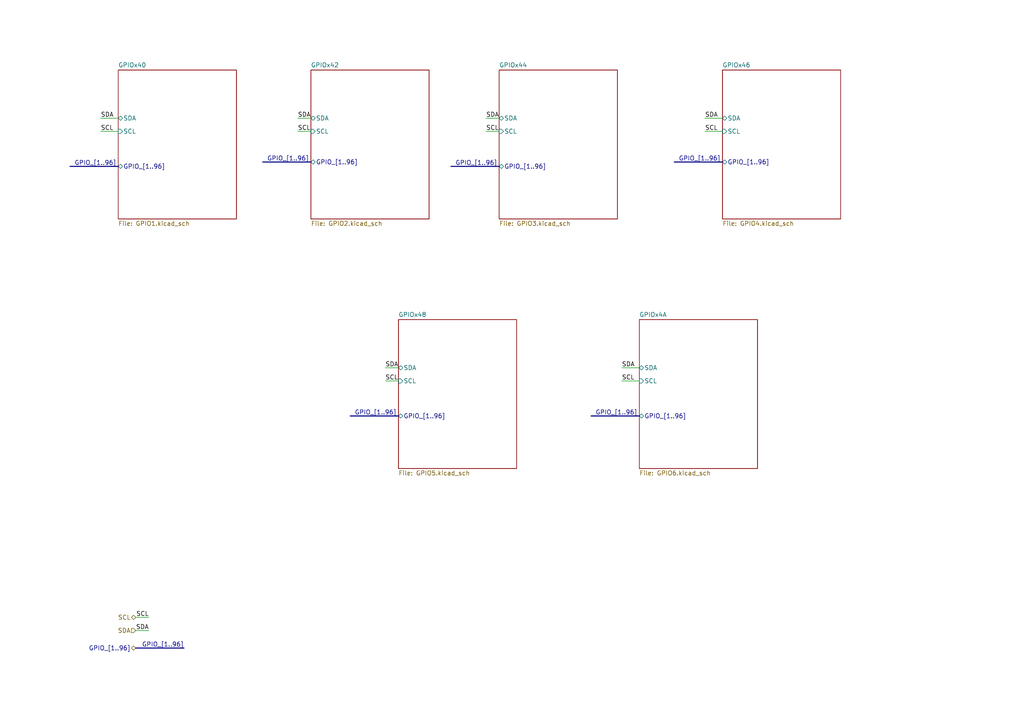
<source format=kicad_sch>
(kicad_sch
	(version 20231120)
	(generator "eeschema")
	(generator_version "8.0")
	(uuid "9d816756-b5bf-4676-a86d-d49185abf0a1")
	(paper "A4")
	(lib_symbols)
	(wire
		(pts
			(xy 29.21 34.29) (xy 34.29 34.29)
		)
		(stroke
			(width 0)
			(type default)
		)
		(uuid "10e76372-c7ce-4fdf-b60c-20caf5d31ff3")
	)
	(wire
		(pts
			(xy 111.76 110.49) (xy 115.57 110.49)
		)
		(stroke
			(width 0)
			(type default)
		)
		(uuid "163f1003-2fae-4e76-80d0-155cea53a013")
	)
	(wire
		(pts
			(xy 111.76 106.68) (xy 115.57 106.68)
		)
		(stroke
			(width 0)
			(type default)
		)
		(uuid "206b4527-df2f-4ba4-ac85-ac7224df37ce")
	)
	(bus
		(pts
			(xy 130.81 48.26) (xy 144.78 48.26)
		)
		(stroke
			(width 0)
			(type default)
		)
		(uuid "2ab7e086-0de5-4497-90bb-36ff60c7f832")
	)
	(wire
		(pts
			(xy 140.97 34.29) (xy 144.78 34.29)
		)
		(stroke
			(width 0)
			(type default)
		)
		(uuid "34819c3f-9f7f-4e36-93a3-4c274c3c5a49")
	)
	(wire
		(pts
			(xy 180.34 110.49) (xy 185.42 110.49)
		)
		(stroke
			(width 0)
			(type default)
		)
		(uuid "3a01fb1b-44df-4fb4-9136-103e20225962")
	)
	(wire
		(pts
			(xy 140.97 38.1) (xy 144.78 38.1)
		)
		(stroke
			(width 0)
			(type default)
		)
		(uuid "4ad2fbed-af83-49e8-8247-323d8cbf6023")
	)
	(wire
		(pts
			(xy 180.34 106.68) (xy 185.42 106.68)
		)
		(stroke
			(width 0)
			(type default)
		)
		(uuid "4ee0c38b-56f0-44a7-a946-12d584f7cd12")
	)
	(bus
		(pts
			(xy 20.32 48.26) (xy 34.29 48.26)
		)
		(stroke
			(width 0)
			(type default)
		)
		(uuid "530afa79-425f-4a78-8e4b-8d6609537c34")
	)
	(wire
		(pts
			(xy 86.36 34.29) (xy 90.17 34.29)
		)
		(stroke
			(width 0)
			(type default)
		)
		(uuid "53478e93-c99f-4c95-87a0-5204cbc970d7")
	)
	(wire
		(pts
			(xy 86.36 38.1) (xy 90.17 38.1)
		)
		(stroke
			(width 0)
			(type default)
		)
		(uuid "61356451-8371-43cf-8e8c-ee0a00ef645a")
	)
	(wire
		(pts
			(xy 204.47 34.29) (xy 209.55 34.29)
		)
		(stroke
			(width 0)
			(type default)
		)
		(uuid "71db8db9-660d-4f27-9808-b24210f3771c")
	)
	(wire
		(pts
			(xy 39.37 179.07) (xy 43.18 179.07)
		)
		(stroke
			(width 0)
			(type default)
		)
		(uuid "8302ca01-b860-4f42-8a6e-d4a7112644bc")
	)
	(bus
		(pts
			(xy 39.37 187.96) (xy 53.34 187.96)
		)
		(stroke
			(width 0)
			(type default)
		)
		(uuid "8904c1e3-bdb6-4e23-b61a-65c7427422dd")
	)
	(bus
		(pts
			(xy 101.6 120.65) (xy 115.57 120.65)
		)
		(stroke
			(width 0)
			(type default)
		)
		(uuid "89a75e31-bfd2-43c3-b19a-4acf78119417")
	)
	(bus
		(pts
			(xy 171.45 120.65) (xy 185.42 120.65)
		)
		(stroke
			(width 0)
			(type default)
		)
		(uuid "8ef01cf1-3c3d-4810-b967-ba85b161c07e")
	)
	(bus
		(pts
			(xy 195.58 46.99) (xy 209.55 46.99)
		)
		(stroke
			(width 0)
			(type default)
		)
		(uuid "a83e5afb-9b80-4cc0-ad78-4b8aa3a55651")
	)
	(wire
		(pts
			(xy 204.47 38.1) (xy 209.55 38.1)
		)
		(stroke
			(width 0)
			(type default)
		)
		(uuid "b547741a-dc95-4e8e-94b1-61ecf0c25da7")
	)
	(wire
		(pts
			(xy 29.21 38.1) (xy 34.29 38.1)
		)
		(stroke
			(width 0)
			(type default)
		)
		(uuid "bada7adb-033f-4200-9bd8-6c44c83f45de")
	)
	(bus
		(pts
			(xy 76.2 46.99) (xy 90.17 46.99)
		)
		(stroke
			(width 0)
			(type default)
		)
		(uuid "d9a5f5ab-925d-44cc-be09-ae1a2e799312")
	)
	(wire
		(pts
			(xy 39.37 182.88) (xy 43.18 182.88)
		)
		(stroke
			(width 0)
			(type default)
		)
		(uuid "fdb73b9f-9007-44bd-a549-ee49baed943c")
	)
	(label "SCL"
		(at 180.34 110.49 0)
		(fields_autoplaced yes)
		(effects
			(font
				(size 1.27 1.27)
			)
			(justify left bottom)
		)
		(uuid "0fd9b915-4410-4887-98e3-e269a5a8a418")
	)
	(label "GPIO_[1..96]"
		(at 53.34 187.96 180)
		(fields_autoplaced yes)
		(effects
			(font
				(size 1.27 1.27)
			)
			(justify right bottom)
		)
		(uuid "193bf1aa-212a-4467-b7b9-62ad46cb5e83")
	)
	(label "SCL"
		(at 29.21 38.1 0)
		(fields_autoplaced yes)
		(effects
			(font
				(size 1.27 1.27)
			)
			(justify left bottom)
		)
		(uuid "1d0aea36-4c28-44ea-973a-3fb7702d7e3f")
	)
	(label "SDA"
		(at 204.47 34.29 0)
		(fields_autoplaced yes)
		(effects
			(font
				(size 1.27 1.27)
			)
			(justify left bottom)
		)
		(uuid "289e68fd-f238-4d60-b59e-1124f7129894")
	)
	(label "GPIO_[1..96]"
		(at 77.47 46.99 0)
		(fields_autoplaced yes)
		(effects
			(font
				(size 1.27 1.27)
			)
			(justify left bottom)
		)
		(uuid "29f4a6eb-f845-4d14-af40-232eb69d87c2")
	)
	(label "SDA"
		(at 29.21 34.29 0)
		(fields_autoplaced yes)
		(effects
			(font
				(size 1.27 1.27)
			)
			(justify left bottom)
		)
		(uuid "6a2b73e9-fd73-46e0-acff-e181ad433a68")
	)
	(label "SDA"
		(at 86.36 34.29 0)
		(fields_autoplaced yes)
		(effects
			(font
				(size 1.27 1.27)
			)
			(justify left bottom)
		)
		(uuid "727d9517-8d21-4080-bbad-afa5fc621f34")
	)
	(label "SCL"
		(at 86.36 38.1 0)
		(fields_autoplaced yes)
		(effects
			(font
				(size 1.27 1.27)
			)
			(justify left bottom)
		)
		(uuid "73ddd449-bac7-4d21-91d3-52686df3a9c7")
	)
	(label "SDA"
		(at 43.18 182.88 180)
		(fields_autoplaced yes)
		(effects
			(font
				(size 1.27 1.27)
			)
			(justify right bottom)
		)
		(uuid "74f9d783-f925-48a0-bb17-fc51ee27d85c")
	)
	(label "SDA"
		(at 180.34 106.68 0)
		(fields_autoplaced yes)
		(effects
			(font
				(size 1.27 1.27)
			)
			(justify left bottom)
		)
		(uuid "83d792f9-5c65-4ab0-a970-f0929ca9b7fc")
	)
	(label "SCL"
		(at 43.18 179.07 180)
		(fields_autoplaced yes)
		(effects
			(font
				(size 1.27 1.27)
			)
			(justify right bottom)
		)
		(uuid "85a36c2c-35d5-4235-9369-571900f106b7")
	)
	(label "GPIO_[1..96]"
		(at 102.87 120.65 0)
		(fields_autoplaced yes)
		(effects
			(font
				(size 1.27 1.27)
			)
			(justify left bottom)
		)
		(uuid "87578af7-46c5-4fd4-96d7-91cae3ac0b2f")
	)
	(label "GPIO_[1..96]"
		(at 196.85 46.99 0)
		(fields_autoplaced yes)
		(effects
			(font
				(size 1.27 1.27)
			)
			(justify left bottom)
		)
		(uuid "8d3dea20-9db6-43fd-9d92-0e555ab28bfe")
	)
	(label "SDA"
		(at 111.76 106.68 0)
		(fields_autoplaced yes)
		(effects
			(font
				(size 1.27 1.27)
			)
			(justify left bottom)
		)
		(uuid "a7f60acb-4008-40d0-b459-50554a009ad1")
	)
	(label "GPIO_[1..96]"
		(at 21.59 48.26 0)
		(fields_autoplaced yes)
		(effects
			(font
				(size 1.27 1.27)
			)
			(justify left bottom)
		)
		(uuid "acef9896-20f3-4fb3-9029-60ff85597f91")
	)
	(label "SCL"
		(at 140.97 38.1 0)
		(fields_autoplaced yes)
		(effects
			(font
				(size 1.27 1.27)
			)
			(justify left bottom)
		)
		(uuid "ba8fab73-f9bb-4de5-b94a-88f8481e58eb")
	)
	(label "SDA"
		(at 140.97 34.29 0)
		(fields_autoplaced yes)
		(effects
			(font
				(size 1.27 1.27)
			)
			(justify left bottom)
		)
		(uuid "bb666637-f5a2-4c25-8859-8d4267f65422")
	)
	(label "SCL"
		(at 111.76 110.49 0)
		(fields_autoplaced yes)
		(effects
			(font
				(size 1.27 1.27)
			)
			(justify left bottom)
		)
		(uuid "c6e7d021-a02e-49ba-91df-8df578eacea3")
	)
	(label "GPIO_[1..96]"
		(at 132.08 48.26 0)
		(fields_autoplaced yes)
		(effects
			(font
				(size 1.27 1.27)
			)
			(justify left bottom)
		)
		(uuid "d09bf3fe-4cd8-4a2d-9ce8-833c76138139")
	)
	(label "GPIO_[1..96]"
		(at 172.72 120.65 0)
		(fields_autoplaced yes)
		(effects
			(font
				(size 1.27 1.27)
			)
			(justify left bottom)
		)
		(uuid "ddd7f46b-cdcc-41e7-92a9-5ce8035ffc7e")
	)
	(label "SCL"
		(at 204.47 38.1 0)
		(fields_autoplaced yes)
		(effects
			(font
				(size 1.27 1.27)
			)
			(justify left bottom)
		)
		(uuid "f71f46ad-a364-40b3-96bf-32d16325d0a4")
	)
	(hierarchical_label "SDA"
		(shape input)
		(at 39.37 182.88 180)
		(fields_autoplaced yes)
		(effects
			(font
				(size 1.27 1.27)
			)
			(justify right)
		)
		(uuid "85fede12-bfdb-4b55-a3f7-1e32e4ef5cb5")
	)
	(hierarchical_label "GPIO_[1..96]"
		(shape bidirectional)
		(at 39.37 187.96 180)
		(fields_autoplaced yes)
		(effects
			(font
				(size 1.27 1.27)
			)
			(justify right)
		)
		(uuid "b8441316-adf2-4785-8c95-60b2f4409044")
	)
	(hierarchical_label "SCL"
		(shape bidirectional)
		(at 39.37 179.07 180)
		(fields_autoplaced yes)
		(effects
			(font
				(size 1.27 1.27)
			)
			(justify right)
		)
		(uuid "eb7cca8f-a2e9-4415-a7bc-c48a87eeaaeb")
	)
	(sheet
		(at 90.17 20.32)
		(size 34.29 43.18)
		(fields_autoplaced yes)
		(stroke
			(width 0.1524)
			(type solid)
		)
		(fill
			(color 0 0 0 0.0000)
		)
		(uuid "1d99a9c7-13d5-4777-8f42-6c53d62afbca")
		(property "Sheetname" "GPIOx42"
			(at 90.17 19.6084 0)
			(effects
				(font
					(size 1.27 1.27)
				)
				(justify left bottom)
			)
		)
		(property "Sheetfile" "GPIO2.kicad_sch"
			(at 90.17 64.0846 0)
			(effects
				(font
					(size 1.27 1.27)
				)
				(justify left top)
			)
		)
		(pin "SDA" bidirectional
			(at 90.17 34.29 180)
			(effects
				(font
					(size 1.27 1.27)
				)
				(justify left)
			)
			(uuid "f46b3630-faeb-4001-b851-15eee4d06351")
		)
		(pin "SCL" input
			(at 90.17 38.1 180)
			(effects
				(font
					(size 1.27 1.27)
				)
				(justify left)
			)
			(uuid "39379d49-45e7-498d-ab4a-32380f6acb7a")
		)
		(pin "GPIO_[1..96]" bidirectional
			(at 90.17 46.99 180)
			(effects
				(font
					(size 1.27 1.27)
				)
				(justify left)
			)
			(uuid "b7c628d4-c256-457e-a693-5b8d45d594d9")
		)
		(instances
			(project "puzzle1"
				(path "/080193cf-7ece-48a1-b2ba-e72178b0e559/08e06175-b02d-49df-a933-fe1f6b88025a"
					(page "5")
				)
			)
		)
	)
	(sheet
		(at 144.78 20.32)
		(size 34.29 43.18)
		(fields_autoplaced yes)
		(stroke
			(width 0.1524)
			(type solid)
		)
		(fill
			(color 0 0 0 0.0000)
		)
		(uuid "3ca0981c-b830-46fc-8bb8-c849cedbf960")
		(property "Sheetname" "GPIOx44"
			(at 144.78 19.6084 0)
			(effects
				(font
					(size 1.27 1.27)
				)
				(justify left bottom)
			)
		)
		(property "Sheetfile" "GPIO3.kicad_sch"
			(at 144.78 64.0846 0)
			(effects
				(font
					(size 1.27 1.27)
				)
				(justify left top)
			)
		)
		(pin "SDA" bidirectional
			(at 144.78 34.29 180)
			(effects
				(font
					(size 1.27 1.27)
				)
				(justify left)
			)
			(uuid "4289b133-50c5-47b4-8107-3027b56954b9")
		)
		(pin "SCL" input
			(at 144.78 38.1 180)
			(effects
				(font
					(size 1.27 1.27)
				)
				(justify left)
			)
			(uuid "26a67adb-cd06-4ee6-9f61-cb5a6d50aa3d")
		)
		(pin "GPIO_[1..96]" bidirectional
			(at 144.78 48.26 180)
			(effects
				(font
					(size 1.27 1.27)
				)
				(justify left)
			)
			(uuid "f663a6a3-dcfe-4197-b0af-969b3d1e5494")
		)
		(instances
			(project "puzzle1"
				(path "/080193cf-7ece-48a1-b2ba-e72178b0e559/08e06175-b02d-49df-a933-fe1f6b88025a"
					(page "2")
				)
			)
		)
	)
	(sheet
		(at 209.55 20.32)
		(size 34.29 43.18)
		(fields_autoplaced yes)
		(stroke
			(width 0.1524)
			(type solid)
		)
		(fill
			(color 0 0 0 0.0000)
		)
		(uuid "5b5bbfa2-c37f-44c2-9ce6-a787880661a4")
		(property "Sheetname" "GPIOx46"
			(at 209.55 19.6084 0)
			(effects
				(font
					(size 1.27 1.27)
				)
				(justify left bottom)
			)
		)
		(property "Sheetfile" "GPIO4.kicad_sch"
			(at 209.55 64.0846 0)
			(effects
				(font
					(size 1.27 1.27)
				)
				(justify left top)
			)
		)
		(pin "SDA" bidirectional
			(at 209.55 34.29 180)
			(effects
				(font
					(size 1.27 1.27)
				)
				(justify left)
			)
			(uuid "640166cb-56cf-4ec8-855b-d76a9b2d7132")
		)
		(pin "SCL" input
			(at 209.55 38.1 180)
			(effects
				(font
					(size 1.27 1.27)
				)
				(justify left)
			)
			(uuid "6af542be-9568-436b-97c0-b7d6e7c7a175")
		)
		(pin "GPIO_[1..96]" bidirectional
			(at 209.55 46.99 180)
			(effects
				(font
					(size 1.27 1.27)
				)
				(justify left)
			)
			(uuid "0c84e6f2-225a-466b-820f-cb772dffdddc")
		)
		(instances
			(project "puzzle1"
				(path "/080193cf-7ece-48a1-b2ba-e72178b0e559/08e06175-b02d-49df-a933-fe1f6b88025a"
					(page "6")
				)
			)
		)
	)
	(sheet
		(at 185.42 92.71)
		(size 34.29 43.18)
		(fields_autoplaced yes)
		(stroke
			(width 0.1524)
			(type solid)
		)
		(fill
			(color 0 0 0 0.0000)
		)
		(uuid "8ecd62f3-bdd9-41b5-a41a-1938418e6ffe")
		(property "Sheetname" "GPIOx4A"
			(at 185.42 91.9984 0)
			(effects
				(font
					(size 1.27 1.27)
				)
				(justify left bottom)
			)
		)
		(property "Sheetfile" "GPIO6.kicad_sch"
			(at 185.42 136.4746 0)
			(effects
				(font
					(size 1.27 1.27)
				)
				(justify left top)
			)
		)
		(pin "SDA" bidirectional
			(at 185.42 106.68 180)
			(effects
				(font
					(size 1.27 1.27)
				)
				(justify left)
			)
			(uuid "272980ec-9fb2-4fb6-9cef-ec79175bb977")
		)
		(pin "SCL" input
			(at 185.42 110.49 180)
			(effects
				(font
					(size 1.27 1.27)
				)
				(justify left)
			)
			(uuid "74a00df5-c55f-4344-adc9-3c25a571a8cb")
		)
		(pin "GPIO_[1..96]" bidirectional
			(at 185.42 120.65 180)
			(effects
				(font
					(size 1.27 1.27)
				)
				(justify left)
			)
			(uuid "4641a0a1-5e81-4f7d-9ef5-3109595ad96f")
		)
		(instances
			(project "puzzle1"
				(path "/080193cf-7ece-48a1-b2ba-e72178b0e559/08e06175-b02d-49df-a933-fe1f6b88025a"
					(page "8")
				)
			)
		)
	)
	(sheet
		(at 115.57 92.71)
		(size 34.29 43.18)
		(fields_autoplaced yes)
		(stroke
			(width 0.1524)
			(type solid)
		)
		(fill
			(color 0 0 0 0.0000)
		)
		(uuid "d8a86173-fee9-41d2-a6a8-2a0a4288f141")
		(property "Sheetname" "GPIOx48"
			(at 115.57 91.9984 0)
			(effects
				(font
					(size 1.27 1.27)
				)
				(justify left bottom)
			)
		)
		(property "Sheetfile" "GPIO5.kicad_sch"
			(at 115.57 136.4746 0)
			(effects
				(font
					(size 1.27 1.27)
				)
				(justify left top)
			)
		)
		(pin "SDA" bidirectional
			(at 115.57 106.68 180)
			(effects
				(font
					(size 1.27 1.27)
				)
				(justify left)
			)
			(uuid "98b6d71d-bc3d-4c9c-92af-1cb446008449")
		)
		(pin "SCL" input
			(at 115.57 110.49 180)
			(effects
				(font
					(size 1.27 1.27)
				)
				(justify left)
			)
			(uuid "4120bd62-d1a9-463c-8e99-9a84fc6b59a4")
		)
		(pin "GPIO_[1..96]" bidirectional
			(at 115.57 120.65 180)
			(effects
				(font
					(size 1.27 1.27)
				)
				(justify left)
			)
			(uuid "2ba62549-d3a3-4b7a-ba67-4b7f04c51b68")
		)
		(instances
			(project "puzzle1"
				(path "/080193cf-7ece-48a1-b2ba-e72178b0e559/08e06175-b02d-49df-a933-fe1f6b88025a"
					(page "7")
				)
			)
		)
	)
	(sheet
		(at 34.29 20.32)
		(size 34.29 43.18)
		(fields_autoplaced yes)
		(stroke
			(width 0.1524)
			(type solid)
		)
		(fill
			(color 0 0 0 0.0000)
		)
		(uuid "efec2693-3667-409a-b066-58703bcdd8eb")
		(property "Sheetname" "GPIOx40"
			(at 34.29 19.6084 0)
			(effects
				(font
					(size 1.27 1.27)
				)
				(justify left bottom)
			)
		)
		(property "Sheetfile" "GPIO1.kicad_sch"
			(at 34.29 64.0846 0)
			(effects
				(font
					(size 1.27 1.27)
				)
				(justify left top)
			)
		)
		(pin "SDA" bidirectional
			(at 34.29 34.29 180)
			(effects
				(font
					(size 1.27 1.27)
				)
				(justify left)
			)
			(uuid "1a5aa2f3-eba1-4515-a063-37575110ce4f")
		)
		(pin "SCL" input
			(at 34.29 38.1 180)
			(effects
				(font
					(size 1.27 1.27)
				)
				(justify left)
			)
			(uuid "c12d4306-5e57-43d9-96cf-ea8c0954e8fc")
		)
		(pin "GPIO_[1..96]" bidirectional
			(at 34.29 48.26 180)
			(effects
				(font
					(size 1.27 1.27)
				)
				(justify left)
			)
			(uuid "815fc80b-9f45-4dea-8795-557dda951964")
		)
		(instances
			(project "puzzle1"
				(path "/080193cf-7ece-48a1-b2ba-e72178b0e559/08e06175-b02d-49df-a933-fe1f6b88025a"
					(page "4")
				)
			)
		)
	)
)

</source>
